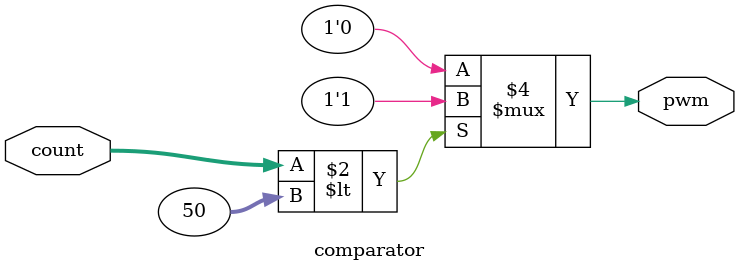
<source format=v>
module pwm_controller(
    input clk,
    input rst_n,
    output pwm_out
);
    // Parameters for PWM configuration
    parameter DUTY_CYCLE = 50; // 50% duty cycle
    parameter MAX_COUNT = 100; // Full cycle count

    wire [6:0] count_value; // assuming 7-bit for 100 max count
    wire pwm_signal;

    // Instantiate the counter module
    counter #(.MAX_COUNT(MAX_COUNT)) u_counter (
        .clk(clk),
        .rst_n(rst_n),
        .count(count_value)
    );

    // Instantiate the comparator module
    comparator #(.DUTY_CYCLE(DUTY_CYCLE), .MAX_COUNT(MAX_COUNT)) u_comparator (
        .count(count_value),
        .pwm(pwm_signal)
    );

    // Assign the comparator output to the PWM output
    assign pwm_out = pwm_signal;

endmodule

module counter(
    input clk,
    input rst_n,
    output reg [6:0] count
);
    parameter MAX_COUNT = 100;

    always @(posedge clk or negedge rst_n) begin
        if (!rst_n) begin
            count <= 0;
        end else begin
            if (count >= MAX_COUNT - 1) begin
                count <= 0;
            end else begin
                count <= count + 1;
            end
        end
    end
endmodule

module comparator(
    input [6:0] count,
    output reg pwm
);
    parameter DUTY_CYCLE = 50;
    parameter MAX_COUNT = 100;

    always @(*) begin
        if (count < (MAX_COUNT * DUTY_CYCLE / 100)) begin
            pwm = 1'b1;
        end else begin
            pwm = 1'b0;
        end
    end
endmodule

</source>
